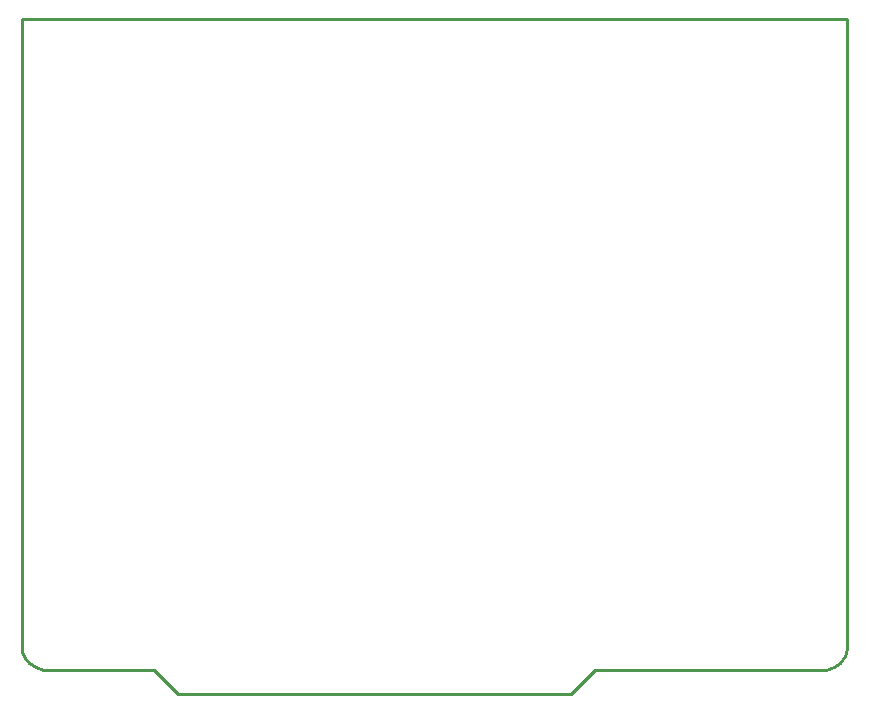
<source format=gko>
G04 Layer: BoardOutlineLayer*
G04 EasyEDA v6.5.5, 2022-06-13 17:54:21*
G04 c5cfb43cd74343219a89ec962efd3502,ba36109c29484f4592bc09a740c48d70,10*
G04 Gerber Generator version 0.2*
G04 Scale: 100 percent, Rotated: No, Reflected: No *
G04 Dimensions in millimeters *
G04 leading zeros omitted , absolute positions ,4 integer and 5 decimal *
%FSLAX45Y45*%
%MOMM*%

%ADD10C,0.2540*%
D10*
X0Y0D02*
G01*
X6985000Y0D01*
X6985000Y-5334000D01*
X6969759Y-5400039D01*
X6924040Y-5455920D01*
X6873240Y-5488939D01*
X6807200Y-5511800D01*
X4851400Y-5511800D01*
X4648200Y-5715000D01*
X1320800Y-5715000D01*
X1117600Y-5511800D01*
X177800Y-5511800D01*
X114300Y-5491479D01*
X53339Y-5455920D01*
X22860Y-5412739D01*
X0Y-5359400D01*
X0Y0D01*

%LPD*%
M02*

</source>
